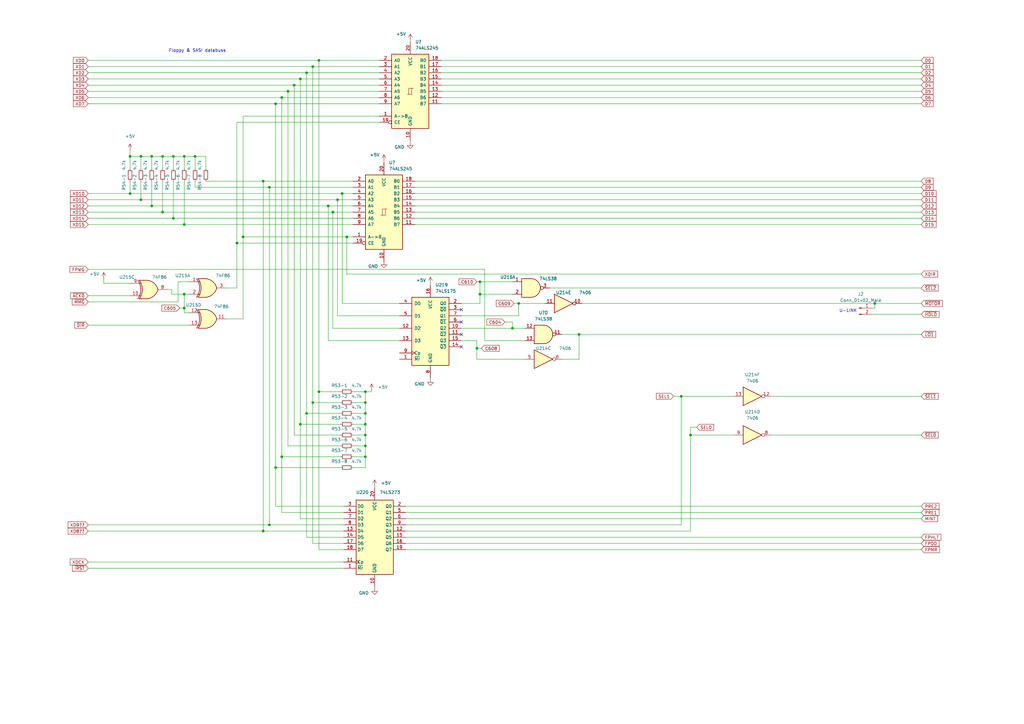
<source format=kicad_sch>
(kicad_sch (version 20211123) (generator eeschema)
  (paper "A3")
  (title_block (date "2022-09-22"))
  (lib_symbols
    (symbol "74xx:74LS06" (pin_names (offset 1.016))
      (property "Reference" "U" (at 0 1.27 0))
      (property "Value" "74LS06" (at 0 -1.27 0))
      (symbol "74LS06_1_0"
        (polyline (pts (xy -3.81 3.81) (xy -3.81 -3.81) (xy 3.81 0) (xy -3.81 3.81)) (stroke (width 0.254)) (fill (type background)))
        (pin input line (at -7.62 0 0) (length 3.81) (name "~") (number "1"))
        (pin open_collector inverted (at 7.62 0 180) (length 3.81) (name "~") (number "2"))
      )
      (symbol "74LS06_2_0"
        (polyline (pts (xy -3.81 3.81) (xy -3.81 -3.81) (xy 3.81 0) (xy -3.81 3.81)) (stroke (width 0.254)) (fill (type background)))
        (pin input line (at -7.62 0 0) (length 3.81) (name "~") (number "3"))
        (pin open_collector inverted (at 7.62 0 180) (length 3.81) (name "~") (number "4"))
      )
      (symbol "74LS06_3_0"
        (polyline (pts (xy -3.81 3.81) (xy -3.81 -3.81) (xy 3.81 0) (xy -3.81 3.81)) (stroke (width 0.254)) (fill (type background)))
        (pin input line (at -7.62 0 0) (length 3.81) (name "~") (number "5"))
        (pin open_collector inverted (at 7.62 0 180) (length 3.81) (name "~") (number "6"))
      )
      (symbol "74LS06_4_0"
        (polyline (pts (xy -3.81 3.81) (xy -3.81 -3.81) (xy 3.81 0) (xy -3.81 3.81)) (stroke (width 0.254)) (fill (type background)))
        (pin open_collector inverted (at 7.62 0 180) (length 3.81) (name "~") (number "8"))
        (pin input line (at -7.62 0 0) (length 3.81) (name "~") (number "9"))
      )
      (symbol "74LS06_5_0"
        (polyline (pts (xy -3.81 3.81) (xy -3.81 -3.81) (xy 3.81 0) (xy -3.81 3.81)) (stroke (width 0.254)) (fill (type background)))
        (pin open_collector inverted (at 7.62 0 180) (length 3.81) (name "~") (number "10"))
        (pin input line (at -7.62 0 0) (length 3.81) (name "~") (number "11"))
      )
      (symbol "74LS06_6_0"
        (polyline (pts (xy -3.81 3.81) (xy -3.81 -3.81) (xy 3.81 0) (xy -3.81 3.81)) (stroke (width 0.254)) (fill (type background)))
        (pin open_collector inverted (at 7.62 0 180) (length 3.81) (name "~") (number "12"))
        (pin input line (at -7.62 0 0) (length 3.81) (name "~") (number "13"))
      )
      (symbol "74LS06_7_0"
        (pin power_in line (at 0 12.7 270) (length 5.08) (name "VCC") (number "14"))
        (pin power_in line (at 0 -12.7 90) (length 5.08) (name "GND") (number "7"))
      )
      (symbol "74LS06_7_1"
        (rectangle (start -5.08 7.62) (end 5.08 -7.62) (stroke (width 0.254)) (fill (type background)))
      )
    )
    (symbol "74xx:74LS175" (pin_names (offset 1.016))
      (property "Reference" "U" (at -7.62 13.97 0))
      (property "Value" "74LS175" (at -7.62 -16.51 0))
      (symbol "74LS175_1_0"
        (pin input line (at -12.7 -12.7 0) (length 5.08) (name "~{Mr}") (number "1"))
        (pin output line (at 12.7 0 180) (length 5.08) (name "Q2") (number "10"))
        (pin output line (at 12.7 -2.54 180) (length 5.08) (name "~{Q2}") (number "11"))
        (pin input line (at -12.7 0 0) (length 5.08) (name "D2") (number "12"))
        (pin input line (at -12.7 -5.08 0) (length 5.08) (name "D3") (number "13"))
        (pin output line (at 12.7 -7.62 180) (length 5.08) (name "~{Q3}") (number "14"))
        (pin output line (at 12.7 -5.08 180) (length 5.08) (name "Q3") (number "15"))
        (pin power_in line (at 0 17.78 270) (length 5.08) (name "VCC") (number "16"))
        (pin output line (at 12.7 10.16 180) (length 5.08) (name "Q0") (number "2"))
        (pin output line (at 12.7 7.62 180) (length 5.08) (name "~{Q0}") (number "3"))
        (pin input line (at -12.7 10.16 0) (length 5.08) (name "D0") (number "4"))
        (pin input line (at -12.7 5.08 0) (length 5.08) (name "D1") (number "5"))
        (pin output line (at 12.7 2.54 180) (length 5.08) (name "~{Q1}") (number "6"))
        (pin output line (at 12.7 5.08 180) (length 5.08) (name "Q1") (number "7"))
        (pin power_in line (at 0 -20.32 90) (length 5.08) (name "GND") (number "8"))
        (pin input clock (at -12.7 -10.16 0) (length 5.08) (name "Cp") (number "9"))
      )
      (symbol "74LS175_1_1"
        (rectangle (start -7.62 12.7) (end 7.62 -15.24) (stroke (width 0.254)) (fill (type background)))
      )
    )
    (symbol "74xx:74LS245" (pin_names (offset 1.016))
      (property "Reference" "U" (at -7.62 16.51 0))
      (property "Value" "74LS245" (at -7.62 -16.51 0))
      (symbol "74LS245_1_0"
        (polyline (pts (xy -0.635 -1.27) (xy -0.635 1.27) (xy 0.635 1.27)))
        (polyline (pts (xy -1.27 -1.27) (xy 0.635 -1.27) (xy 0.635 1.27) (xy 1.27 1.27)))
        (pin input line (at -12.7 -10.16 0) (length 5.08) (name "A->B") (number "1"))
        (pin power_in line (at 0 -20.32 90) (length 5.08) (name "GND") (number "10"))
        (pin tri_state line (at 12.7 -5.08 180) (length 5.08) (name "B7") (number "11"))
        (pin tri_state line (at 12.7 -2.54 180) (length 5.08) (name "B6") (number "12"))
        (pin tri_state line (at 12.7 0 180) (length 5.08) (name "B5") (number "13"))
        (pin tri_state line (at 12.7 2.54 180) (length 5.08) (name "B4") (number "14"))
        (pin tri_state line (at 12.7 5.08 180) (length 5.08) (name "B3") (number "15"))
        (pin tri_state line (at 12.7 7.62 180) (length 5.08) (name "B2") (number "16"))
        (pin tri_state line (at 12.7 10.16 180) (length 5.08) (name "B1") (number "17"))
        (pin tri_state line (at 12.7 12.7 180) (length 5.08) (name "B0") (number "18"))
        (pin input inverted (at -12.7 -12.7 0) (length 5.08) (name "CE") (number "19"))
        (pin tri_state line (at -12.7 12.7 0) (length 5.08) (name "A0") (number "2"))
        (pin power_in line (at 0 20.32 270) (length 5.08) (name "VCC") (number "20"))
        (pin tri_state line (at -12.7 10.16 0) (length 5.08) (name "A1") (number "3"))
        (pin tri_state line (at -12.7 7.62 0) (length 5.08) (name "A2") (number "4"))
        (pin tri_state line (at -12.7 5.08 0) (length 5.08) (name "A3") (number "5"))
        (pin tri_state line (at -12.7 2.54 0) (length 5.08) (name "A4") (number "6"))
        (pin tri_state line (at -12.7 0 0) (length 5.08) (name "A5") (number "7"))
        (pin tri_state line (at -12.7 -2.54 0) (length 5.08) (name "A6") (number "8"))
        (pin tri_state line (at -12.7 -5.08 0) (length 5.08) (name "A7") (number "9"))
      )
      (symbol "74LS245_1_1"
        (rectangle (start -7.62 15.24) (end 7.62 -15.24) (stroke (width 0.254)) (fill (type background)))
      )
    )
    (symbol "74xx:74LS273"
      (property "Reference" "U" (at -7.62 16.51 0))
      (property "Value" "74LS273" (at -7.62 -16.51 0))
      (symbol "74LS273_1_0"
        (pin input line (at -12.7 -12.7 0) (length 5.08) (name "~{Mr}") (number "1"))
        (pin power_in line (at 0 -20.32 90) (length 5.08) (name "GND") (number "10"))
        (pin input clock (at -12.7 -10.16 0) (length 5.08) (name "Cp") (number "11"))
        (pin output line (at 12.7 2.54 180) (length 5.08) (name "Q4") (number "12"))
        (pin input line (at -12.7 2.54 0) (length 5.08) (name "D4") (number "13"))
        (pin input line (at -12.7 0 0) (length 5.08) (name "D5") (number "14"))
        (pin output line (at 12.7 0 180) (length 5.08) (name "Q5") (number "15"))
        (pin output line (at 12.7 -2.54 180) (length 5.08) (name "Q6") (number "16"))
        (pin input line (at -12.7 -2.54 0) (length 5.08) (name "D6") (number "17"))
        (pin input line (at -12.7 -5.08 0) (length 5.08) (name "D7") (number "18"))
        (pin output line (at 12.7 -5.08 180) (length 5.08) (name "Q7") (number "19"))
        (pin output line (at 12.7 12.7 180) (length 5.08) (name "Q0") (number "2"))
        (pin power_in line (at 0 20.32 270) (length 5.08) (name "VCC") (number "20"))
        (pin input line (at -12.7 12.7 0) (length 5.08) (name "D0") (number "3"))
        (pin input line (at -12.7 10.16 0) (length 5.08) (name "D1") (number "4"))
        (pin output line (at 12.7 10.16 180) (length 5.08) (name "Q1") (number "5"))
        (pin output line (at 12.7 7.62 180) (length 5.08) (name "Q2") (number "6"))
        (pin input line (at -12.7 7.62 0) (length 5.08) (name "D2") (number "7"))
        (pin input line (at -12.7 5.08 0) (length 5.08) (name "D3") (number "8"))
        (pin output line (at 12.7 5.08 180) (length 5.08) (name "Q3") (number "9"))
      )
      (symbol "74LS273_1_1"
        (rectangle (start -7.62 15.24) (end 7.62 -15.24) (stroke (width 0.254)) (fill (type background)))
      )
    )
    (symbol "74xx:74LS38" (pin_names (offset 1.016))
      (property "Reference" "U" (at 0 1.27 0))
      (property "Value" "74LS38" (at 0 -1.27 0))
      (symbol "74LS38_1_1"
        (arc (start 0 -3.81) (mid 3.81 0) (end 0 3.81) (stroke (width 0.254)) (fill (type background)))
        (polyline (pts (xy 0 3.81) (xy -3.81 3.81) (xy -3.81 -3.81) (xy 0 -3.81)) (stroke (width 0.254)) (fill (type background)))
        (pin input line (at -7.62 2.54 0) (length 3.81) (name "~") (number "1"))
        (pin input line (at -7.62 -2.54 0) (length 3.81) (name "~") (number "2"))
        (pin open_collector inverted (at 7.62 0 180) (length 3.81) (name "~") (number "3"))
      )
      (symbol "74LS38_1_2"
        (arc (start -3.81 -3.81) (mid -2.589 0) (end -3.81 3.81) (stroke (width 0.254)))
        (arc (start -0.6096 -3.81) (mid 2.1842 -2.5851) (end 3.81 0) (stroke (width 0.254)) (fill (type background)))
        (polyline (pts (xy -3.81 -3.81) (xy -0.635 -3.81)) (stroke (width 0.254)) (fill (type background)))
        (polyline (pts (xy -3.81 3.81) (xy -0.635 3.81)) (stroke (width 0.254)) (fill (type background)))
        (polyline (pts (xy -0.635 3.81) (xy -3.81 3.81) (xy -3.81 3.81) (xy -3.556 3.4036) (xy -3.0226 2.2606) (xy -2.6924 1.0414) (xy -2.6162 -0.254) (xy -2.7686 -1.4986) (xy -3.175 -2.7178) (xy -3.81 -3.81) (xy -3.81 -3.81) (xy -0.635 -3.81)) (stroke (width -25.4)) (fill (type background)))
        (arc (start 3.81 0) (mid 2.1915 2.5936) (end -0.6096 3.81) (stroke (width 0.254)) (fill (type background)))
        (pin input inverted (at -7.62 2.54 0) (length 4.318) (name "~") (number "1"))
        (pin input inverted (at -7.62 -2.54 0) (length 4.318) (name "~") (number "2"))
        (pin open_collector line (at 7.62 0 180) (length 3.81) (name "~") (number "3"))
      )
      (symbol "74LS38_2_1"
        (arc (start 0 -3.81) (mid 3.81 0) (end 0 3.81) (stroke (width 0.254)) (fill (type background)))
        (polyline (pts (xy 0 3.81) (xy -3.81 3.81) (xy -3.81 -3.81) (xy 0 -3.81)) (stroke (width 0.254)) (fill (type background)))
        (pin input line (at -7.62 2.54 0) (length 3.81) (name "~") (number "4"))
        (pin input line (at -7.62 -2.54 0) (length 3.81) (name "~") (number "5"))
        (pin open_collector inverted (at 7.62 0 180) (length 3.81) (name "~") (number "6"))
      )
      (symbol "74LS38_2_2"
        (arc (start -3.81 -3.81) (mid -2.589 0) (end -3.81 3.81) (stroke (width 0.254)))
        (arc (start -0.6096 -3.81) (mid 2.1842 -2.5851) (end 3.81 0) (stroke (width 0.254)) (fill (type background)))
        (polyline (pts (xy -3.81 -3.81) (xy -0.635 -3.81)) (stroke (width 0.254)) (fill (type background)))
        (polyline (pts (xy -3.81 3.81) (xy -0.635 3.81)) (stroke (width 0.254)) (fill (type background)))
        (polyline (pts (xy -0.635 3.81) (xy -3.81 3.81) (xy -3.81 3.81) (xy -3.556 3.4036) (xy -3.0226 2.2606) (xy -2.6924 1.0414) (xy -2.6162 -0.254) (xy -2.7686 -1.4986) (xy -3.175 -2.7178) (xy -3.81 -3.81) (xy -3.81 -3.81) (xy -0.635 -3.81)) (stroke (width -25.4)) (fill (type background)))
        (arc (start 3.81 0) (mid 2.1915 2.5936) (end -0.6096 3.81) (stroke (width 0.254)) (fill (type background)))
        (pin input inverted (at -7.62 2.54 0) (length 4.318) (name "~") (number "4"))
        (pin input inverted (at -7.62 -2.54 0) (length 4.318) (name "~") (number "5"))
        (pin open_collector line (at 7.62 0 180) (length 3.81) (name "~") (number "6"))
      )
      (symbol "74LS38_3_1"
        (arc (start 0 -3.81) (mid 3.81 0) (end 0 3.81) (stroke (width 0.254)) (fill (type background)))
        (polyline (pts (xy 0 3.81) (xy -3.81 3.81) (xy -3.81 -3.81) (xy 0 -3.81)) (stroke (width 0.254)) (fill (type background)))
        (pin input line (at -7.62 -2.54 0) (length 3.81) (name "~") (number "10"))
        (pin open_collector inverted (at 7.62 0 180) (length 3.81) (name "~") (number "8"))
        (pin input line (at -7.62 2.54 0) (length 3.81) (name "~") (number "9"))
      )
      (symbol "74LS38_3_2"
        (arc (start -3.81 -3.81) (mid -2.589 0) (end -3.81 3.81) (stroke (width 0.254)))
        (arc (start -0.6096 -3.81) (mid 2.1842 -2.5851) (end 3.81 0) (stroke (width 0.254)) (fill (type background)))
        (polyline (pts (xy -3.81 -3.81) (xy -0.635 -3.81)) (stroke (width 0.254)) (fill (type background)))
        (polyline (pts (xy -3.81 3.81) (xy -0.635 3.81)) (stroke (width 0.254)) (fill (type background)))
        (polyline (pts (xy -0.635 3.81) (xy -3.81 3.81) (xy -3.81 3.81) (xy -3.556 3.4036) (xy -3.0226 2.2606) (xy -2.6924 1.0414) (xy -2.6162 -0.254) (xy -2.7686 -1.4986) (xy -3.175 -2.7178) (xy -3.81 -3.81) (xy -3.81 -3.81) (xy -0.635 -3.81)) (stroke (width -25.4)) (fill (type background)))
        (arc (start 3.81 0) (mid 2.1915 2.5936) (end -0.6096 3.81) (stroke (width 0.254)) (fill (type background)))
        (pin input inverted (at -7.62 -2.54 0) (length 4.318) (name "~") (number "10"))
        (pin open_collector line (at 7.62 0 180) (length 3.81) (name "~") (number "8"))
        (pin input inverted (at -7.62 2.54 0) (length 4.318) (name "~") (number "9"))
      )
      (symbol "74LS38_4_1"
        (arc (start 0 -3.81) (mid 3.81 0) (end 0 3.81) (stroke (width 0.254)) (fill (type background)))
        (polyline (pts (xy 0 3.81) (xy -3.81 3.81) (xy -3.81 -3.81) (xy 0 -3.81)) (stroke (width 0.254)) (fill (type background)))
        (pin open_collector inverted (at 7.62 0 180) (length 3.81) (name "~") (number "11"))
        (pin input line (at -7.62 2.54 0) (length 3.81) (name "~") (number "12"))
        (pin input line (at -7.62 -2.54 0) (length 3.81) (name "~") (number "13"))
      )
      (symbol "74LS38_4_2"
        (arc (start -3.81 -3.81) (mid -2.589 0) (end -3.81 3.81) (stroke (width 0.254)))
        (arc (start -0.6096 -3.81) (mid 2.1842 -2.5851) (end 3.81 0) (stroke (width 0.254)) (fill (type background)))
        (polyline (pts (xy -3.81 -3.81) (xy -0.635 -3.81)) (stroke (width 0.254)) (fill (type background)))
        (polyline (pts (xy -3.81 3.81) (xy -0.635 3.81)) (stroke (width 0.254)) (fill (type background)))
        (polyline (pts (xy -0.635 3.81) (xy -3.81 3.81) (xy -3.81 3.81) (xy -3.556 3.4036) (xy -3.0226 2.2606) (xy -2.6924 1.0414) (xy -2.6162 -0.254) (xy -2.7686 -1.4986) (xy -3.175 -2.7178) (xy -3.81 -3.81) (xy -3.81 -3.81) (xy -0.635 -3.81)) (stroke (width -25.4)) (fill (type background)))
        (arc (start 3.81 0) (mid 2.1915 2.5936) (end -0.6096 3.81) (stroke (width 0.254)) (fill (type background)))
        (pin open_collector line (at 7.62 0 180) (length 3.81) (name "~") (number "11"))
        (pin input inverted (at -7.62 2.54 0) (length 4.318) (name "~") (number "12"))
        (pin input inverted (at -7.62 -2.54 0) (length 4.318) (name "~") (number "13"))
      )
      (symbol "74LS38_5_0"
        (pin power_in line (at 0 12.7 270) (length 5.08) (name "VCC") (number "14"))
        (pin power_in line (at 0 -12.7 90) (length 5.08) (name "GND") (number "7"))
      )
      (symbol "74LS38_5_1"
        (rectangle (start -5.08 7.62) (end 5.08 -7.62) (stroke (width 0.254)) (fill (type background)))
      )
    )
    (symbol "74xx:74LS86" (pin_names (offset 1.016))
      (property "Reference" "U" (at 0 1.27 0))
      (property "Value" "74LS86" (at 0 -1.27 0))
      (symbol "74LS86_1_0"
        (arc (start -4.4196 -3.81) (mid -3.2033 0) (end -4.4196 3.81) (stroke (width 0.254)))
        (arc (start -3.81 -3.81) (mid -2.589 0) (end -3.81 3.81) (stroke (width 0.254)))
        (arc (start -0.6096 -3.81) (mid 2.1842 -2.5851) (end 3.81 0) (stroke (width 0.254)) (fill (type background)))
        (polyline (pts (xy -3.81 -3.81) (xy -0.635 -3.81)) (stroke (width 0.254)) (fill (type background)))
        (polyline (pts (xy -3.81 3.81) (xy -0.635 3.81)) (stroke (width 0.254)) (fill (type background)))
        (polyline (pts (xy -0.635 3.81) (xy -3.81 3.81) (xy -3.81 3.81) (xy -3.556 3.4036) (xy -3.0226 2.2606) (xy -2.6924 1.0414) (xy -2.6162 -0.254) (xy -2.7686 -1.4986) (xy -3.175 -2.7178) (xy -3.81 -3.81) (xy -3.81 -3.81) (xy -0.635 -3.81)) (stroke (width -25.4)) (fill (type background)))
        (arc (start 3.81 0) (mid 2.1915 2.5936) (end -0.6096 3.81) (stroke (width 0.254)) (fill (type background)))
        (pin input line (at -7.62 2.54 0) (length 4.445) (name "~") (number "1"))
        (pin input line (at -7.62 -2.54 0) (length 4.445) (name "~") (number "2"))
        (pin output line (at 7.62 0 180) (length 3.81) (name "~") (number "3"))
      )
      (symbol "74LS86_1_1"
        (polyline (pts (xy -3.81 -2.54) (xy -3.175 -2.54)) (stroke (width 0.1524)))
        (polyline (pts (xy -3.81 2.54) (xy -3.175 2.54)) (stroke (width 0.1524)))
      )
      (symbol "74LS86_2_0"
        (arc (start -4.4196 -3.81) (mid -3.2033 0) (end -4.4196 3.81) (stroke (width 0.254)))
        (arc (start -3.81 -3.81) (mid -2.589 0) (end -3.81 3.81) (stroke (width 0.254)))
        (arc (start -0.6096 -3.81) (mid 2.1842 -2.5851) (end 3.81 0) (stroke (width 0.254)) (fill (type background)))
        (polyline (pts (xy -3.81 -3.81) (xy -0.635 -3.81)) (stroke (width 0.254)) (fill (type background)))
        (polyline (pts (xy -3.81 3.81) (xy -0.635 3.81)) (stroke (width 0.254)) (fill (type background)))
        (polyline (pts (xy -0.635 3.81) (xy -3.81 3.81) (xy -3.81 3.81) (xy -3.556 3.4036) (xy -3.0226 2.2606) (xy -2.6924 1.0414) (xy -2.6162 -0.254) (xy -2.7686 -1.4986) (xy -3.175 -2.7178) (xy -3.81 -3.81) (xy -3.81 -3.81) (xy -0.635 -3.81)) (stroke (width -25.4)) (fill (type background)))
        (arc (start 3.81 0) (mid 2.1915 2.5936) (end -0.6096 3.81) (stroke (width 0.254)) (fill (type background)))
        (pin input line (at -7.62 2.54 0) (length 4.445) (name "~") (number "4"))
        (pin input line (at -7.62 -2.54 0) (length 4.445) (name "~") (number "5"))
        (pin output line (at 7.62 0 180) (length 3.81) (name "~") (number "6"))
      )
      (symbol "74LS86_2_1"
        (polyline (pts (xy -3.81 -2.54) (xy -3.175 -2.54)) (stroke (width 0.1524)))
        (polyline (pts (xy -3.81 2.54) (xy -3.175 2.54)) (stroke (width 0.1524)))
      )
      (symbol "74LS86_3_0"
        (arc (start -4.4196 -3.81) (mid -3.2033 0) (end -4.4196 3.81) (stroke (width 0.254)))
        (arc (start -3.81 -3.81) (mid -2.589 0) (end -3.81 3.81) (stroke (width 0.254)))
        (arc (start -0.6096 -3.81) (mid 2.1842 -2.5851) (end 3.81 0) (stroke (width 0.254)) (fill (type background)))
        (polyline (pts (xy -3.81 -3.81) (xy -0.635 -3.81)) (stroke (width 0.254)) (fill (type background)))
        (polyline (pts (xy -3.81 3.81) (xy -0.635 3.81)) (stroke (width 0.254)) (fill (type background)))
        (polyline (pts (xy -0.635 3.81) (xy -3.81 3.81) (xy -3.81 3.81) (xy -3.556 3.4036) (xy -3.0226 2.2606) (xy -2.6924 1.0414) (xy -2.6162 -0.254) (xy -2.7686 -1.4986) (xy -3.175 -2.7178) (xy -3.81 -3.81) (xy -3.81 -3.81) (xy -0.635 -3.81)) (stroke (width -25.4)) (fill (type background)))
        (arc (start 3.81 0) (mid 2.1915 2.5936) (end -0.6096 3.81) (stroke (width 0.254)) (fill (type background)))
        (pin input line (at -7.62 -2.54 0) (length 4.445) (name "~") (number "10"))
        (pin output line (at 7.62 0 180) (length 3.81) (name "~") (number "8"))
        (pin input line (at -7.62 2.54 0) (length 4.445) (name "~") (number "9"))
      )
      (symbol "74LS86_3_1"
        (polyline (pts (xy -3.81 -2.54) (xy -3.175 -2.54)) (stroke (width 0.1524)))
        (polyline (pts (xy -3.81 2.54) (xy -3.175 2.54)) (stroke (width 0.1524)))
      )
      (symbol "74LS86_4_0"
        (arc (start -4.4196 -3.81) (mid -3.2033 0) (end -4.4196 3.81) (stroke (width 0.254)))
        (arc (start -3.81 -3.81) (mid -2.589 0) (end -3.81 3.81) (stroke (width 0.254)))
        (arc (start -0.6096 -3.81) (mid 2.1842 -2.5851) (end 3.81 0) (stroke (width 0.254)) (fill (type background)))
        (polyline (pts (xy -3.81 -3.81) (xy -0.635 -3.81)) (stroke (width 0.254)) (fill (type background)))
        (polyline (pts (xy -3.81 3.81) (xy -0.635 3.81)) (stroke (width 0.254)) (fill (type background)))
        (polyline (pts (xy -0.635 3.81) (xy -3.81 3.81) (xy -3.81 3.81) (xy -3.556 3.4036) (xy -3.0226 2.2606) (xy -2.6924 1.0414) (xy -2.6162 -0.254) (xy -2.7686 -1.4986) (xy -3.175 -2.7178) (xy -3.81 -3.81) (xy -3.81 -3.81) (xy -0.635 -3.81)) (stroke (width -25.4)) (fill (type background)))
        (arc (start 3.81 0) (mid 2.1915 2.5936) (end -0.6096 3.81) (stroke (width 0.254)) (fill (type background)))
        (pin output line (at 7.62 0 180) (length 3.81) (name "~") (number "11"))
        (pin input line (at -7.62 2.54 0) (length 4.445) (name "~") (number "12"))
        (pin input line (at -7.62 -2.54 0) (length 4.445) (name "~") (number "13"))
      )
      (symbol "74LS86_4_1"
        (polyline (pts (xy -3.81 -2.54) (xy -3.175 -2.54)) (stroke (width 0.1524)))
        (polyline (pts (xy -3.81 2.54) (xy -3.175 2.54)) (stroke (width 0.1524)))
      )
      (symbol "74LS86_5_0"
        (pin power_in line (at 0 12.7 270) (length 5.08) (name "VCC") (number "14"))
        (pin power_in line (at 0 -12.7 90) (length 5.08) (name "GND") (number "7"))
      )
      (symbol "74LS86_5_1"
        (rectangle (start -5.08 7.62) (end 5.08 -7.62) (stroke (width 0.254)) (fill (type background)))
      )
    )
    (symbol "Connector:Conn_01x02_Male" (pin_names (offset 1.016) hide)
      (property "Reference" "J" (at 0 2.54 0))
      (property "Value" "Conn_01x02_Male" (at 0 -5.08 0))
      (symbol "Conn_01x02_Male_1_1"
        (polyline (pts (xy 1.27 -2.54) (xy 0.8636 -2.54)) (stroke (width 0.1524)))
        (polyline (pts (xy 1.27 0) (xy 0.8636 0)) (stroke (width 0.1524)))
        (rectangle (start 0.8636 -2.413) (end 0 -2.667) (stroke (width 0.1524)) (fill (type outline)))
        (rectangle (start 0.8636 0.127) (end 0 -0.127) (stroke (width 0.1524)) (fill (type outline)))
        (pin passive line (at 5.08 0 180) (length 3.81) (name "Pin_1") (number "1"))
        (pin passive line (at 5.08 -2.54 180) (length 3.81) (name "Pin_2") (number "2"))
      )
    )
    (symbol "Device:R_Small" (pin_numbers hide) (pin_names (offset 0.254) hide)
      (property "Reference" "R" (at 0.762 0.508 0))
      (property "Value" "R_Small" (at 0.762 -1.016 0))
      (symbol "R_Small_0_1"
        (rectangle (start -0.762 1.778) (end 0.762 -1.778) (stroke (width 0.2032)))
      )
      (symbol "R_Small_1_1"
        (pin passive line (at 0 2.54 270) (length 0.762) (name "~") (number "1"))
        (pin passive line (at 0 -2.54 90) (length 0.762) (name "~") (number "2"))
      )
    )
    (symbol "power:+5V" (power) (pin_names (offset 0))
      (property "Value" "+5V" (at 0 3.556 0))
      (symbol "+5V_0_1"
        (polyline (pts (xy -0.762 1.27) (xy 0 2.54)))
        (polyline (pts (xy 0 0) (xy 0 2.54)))
        (polyline (pts (xy 0 2.54) (xy 0.762 1.27)))
      )
      (symbol "+5V_1_1"
        (pin power_in line (at 0 0 90) (length 0) hide (name "+5V") (number "1"))
      )
    )
    (symbol "power:GND" (power) (pin_names (offset 0))
      (property "Value" "GND" (at 0 -3.81 0))
      (symbol "GND_0_1"
        (polyline (pts (xy 0 0) (xy 0 -1.27) (xy 1.27 -1.27) (xy 0 -2.54) (xy -1.27 -1.27) (xy 0 -1.27)))
      )
      (symbol "GND_1_1"
        (pin power_in line (at 0 0 270) (length 0) hide (name "GND") (number "1"))
      )
    )
  )
  (junction (at 125.73 29.845))
  (junction (at 142.24 97.155))
  (junction (at 210.185 134.62))
  (junction (at 149.86 173.99))
  (junction (at 128.27 165.1))
  (junction (at 66.675 64.135))
  (junction (at 97.155 99.695))
  (junction (at 136.525 86.995))
  (junction (at 237.49 137.16))
  (junction (at 149.86 178.435))
  (junction (at 123.19 173.99))
  (junction (at 110.49 215.265))
  (junction (at 279.4 162.56))
  (junction (at 75.565 64.135))
  (junction (at 149.86 165.1))
  (junction (at 358.775 124.46))
  (junction (at 130.81 160.655))
  (junction (at 75.565 92.075))
  (junction (at 53.34 79.375))
  (junction (at 57.785 64.135))
  (junction (at 113.03 42.545))
  (junction (at 134.62 84.455))
  (junction (at 71.12 64.135))
  (junction (at 53.34 64.135))
  (junction (at 149.86 187.325))
  (junction (at 107.95 217.805))
  (junction (at 123.19 32.385))
  (junction (at 283.21 178.435))
  (junction (at 149.86 182.88))
  (junction (at 130.81 24.765))
  (junction (at 196.85 120.65))
  (junction (at 125.73 169.545))
  (junction (at 99.695 97.155))
  (junction (at 115.57 187.325))
  (junction (at 118.11 37.465))
  (junction (at 212.725 124.46))
  (junction (at 110.49 76.835))
  (junction (at 62.23 64.135))
  (junction (at 140.335 79.375))
  (junction (at 80.01 64.135))
  (junction (at 196.85 115.57))
  (junction (at 66.675 86.995))
  (junction (at 149.86 169.545))
  (junction (at 128.27 27.305))
  (junction (at 195.58 142.875))
  (junction (at 107.95 74.295))
  (junction (at 57.785 81.915))
  (junction (at 75.565 120.65))
  (junction (at 75.565 126.365))
  (junction (at 62.23 84.455))
  (junction (at 113.03 191.77))
  (junction (at 71.12 89.535))
  (junction (at 138.43 81.915))
  (junction (at 115.57 40.005))
  (junction (at 120.65 34.925))
  (junction (at 149.86 160.655))
  (no_connect (at 189.23 142.24))
  (no_connect (at 189.23 132.08))
  (no_connect (at 189.23 137.16))
  (no_connect (at 189.23 127))
  (wire (pts (xy 149.86 182.88) (xy 149.86 187.325)))
  (wire (pts (xy 140.97 207.645) (xy 113.03 207.645)))
  (wire (pts (xy 97.155 99.695) (xy 97.155 50.165)))
  (wire (pts (xy 115.57 210.185) (xy 140.97 210.185)))
  (wire (pts (xy 198.755 110.49) (xy 198.755 139.7)))
  (wire (pts (xy 163.83 124.46) (xy 140.335 124.46)))
  (wire (pts (xy 70.485 120.65) (xy 75.565 120.65)))
  (wire (pts (xy 166.37 222.885) (xy 377.825 222.885)))
  (wire (pts (xy 71.12 64.135) (xy 75.565 64.135)))
  (wire (pts (xy 152.4 160.655) (xy 149.86 160.655)))
  (wire (pts (xy 144.78 160.655) (xy 149.86 160.655)))
  (wire (pts (xy 36.195 42.545) (xy 113.03 42.545)))
  (wire (pts (xy 97.155 50.165) (xy 155.575 50.165)))
  (wire (pts (xy 237.49 137.16) (xy 377.825 137.16)))
  (wire (pts (xy 180.975 29.845) (xy 377.825 29.845)))
  (wire (pts (xy 140.97 220.345) (xy 125.73 220.345)))
  (wire (pts (xy 36.195 32.385) (xy 123.19 32.385)))
  (wire (pts (xy 36.195 230.505) (xy 140.97 230.505)))
  (wire (pts (xy 71.12 89.535) (xy 144.78 89.535)))
  (wire (pts (xy 57.785 74.295) (xy 57.785 81.915)))
  (wire (pts (xy 115.57 40.005) (xy 155.575 40.005)))
  (wire (pts (xy 36.195 110.49) (xy 198.755 110.49)))
  (wire (pts (xy 62.23 64.135) (xy 66.675 64.135)))
  (wire (pts (xy 110.49 76.835) (xy 110.49 215.265)))
  (wire (pts (xy 149.86 191.77) (xy 144.78 191.77)))
  (wire (pts (xy 53.34 79.375) (xy 140.335 79.375)))
  (wire (pts (xy 53.34 69.215) (xy 53.34 64.135)))
  (wire (pts (xy 316.23 178.435) (xy 377.825 178.435)))
  (wire (pts (xy 136.525 86.995) (xy 144.78 86.995)))
  (wire (pts (xy 285.75 175.26) (xy 283.21 175.26)))
  (wire (pts (xy 75.565 128.27) (xy 77.47 128.27)))
  (wire (pts (xy 195.58 142.875) (xy 197.485 142.875)))
  (wire (pts (xy 149.86 165.1) (xy 144.78 165.1)))
  (wire (pts (xy 36.195 92.075) (xy 75.565 92.075)))
  (wire (pts (xy 113.03 42.545) (xy 113.03 191.77)))
  (wire (pts (xy 195.58 142.875) (xy 195.58 147.32)))
  (wire (pts (xy 36.195 79.375) (xy 53.34 79.375)))
  (wire (pts (xy 113.03 207.645) (xy 113.03 191.77)))
  (wire (pts (xy 107.95 217.805) (xy 140.97 217.805)))
  (wire (pts (xy 62.23 84.455) (xy 134.62 84.455)))
  (wire (pts (xy 36.195 133.35) (xy 77.47 133.35)))
  (wire (pts (xy 189.23 139.7) (xy 195.58 139.7)))
  (wire (pts (xy 210.185 134.62) (xy 215.265 134.62)))
  (wire (pts (xy 279.4 162.56) (xy 300.99 162.56)))
  (wire (pts (xy 130.81 160.655) (xy 130.81 225.425)))
  (wire (pts (xy 153.67 199.39) (xy 153.67 200.025)))
  (wire (pts (xy 36.195 215.265) (xy 110.49 215.265)))
  (wire (pts (xy 66.675 64.135) (xy 66.675 69.215)))
  (wire (pts (xy 125.73 220.345) (xy 125.73 169.545)))
  (wire (pts (xy 166.37 217.805) (xy 283.21 217.805)))
  (wire (pts (xy 128.27 27.305) (xy 155.575 27.305)))
  (wire (pts (xy 36.195 81.915) (xy 57.785 81.915)))
  (wire (pts (xy 36.195 123.825) (xy 73.025 123.825)))
  (wire (pts (xy 97.155 118.11) (xy 97.155 99.695)))
  (wire (pts (xy 118.11 37.465) (xy 118.11 182.88)))
  (wire (pts (xy 180.975 24.765) (xy 377.825 24.765)))
  (wire (pts (xy 152.4 160.02) (xy 152.4 160.655)))
  (wire (pts (xy 110.49 76.835) (xy 144.78 76.835)))
  (wire (pts (xy 128.27 222.885) (xy 140.97 222.885)))
  (wire (pts (xy 180.975 42.545) (xy 377.825 42.545)))
  (wire (pts (xy 130.81 24.765) (xy 130.81 160.655)))
  (wire (pts (xy 53.34 64.135) (xy 57.785 64.135)))
  (wire (pts (xy 36.195 27.305) (xy 128.27 27.305)))
  (wire (pts (xy 62.23 64.135) (xy 62.23 69.215)))
  (wire (pts (xy 149.86 178.435) (xy 149.86 182.88)))
  (wire (pts (xy 71.12 74.295) (xy 71.12 89.535)))
  (wire (pts (xy 166.37 207.645) (xy 377.825 207.645)))
  (wire (pts (xy 170.18 89.535) (xy 377.825 89.535)))
  (wire (pts (xy 196.85 120.65) (xy 196.85 115.57)))
  (wire (pts (xy 134.62 84.455) (xy 144.78 84.455)))
  (wire (pts (xy 163.83 129.54) (xy 138.43 129.54)))
  (wire (pts (xy 196.85 124.46) (xy 196.85 120.65)))
  (wire (pts (xy 357.505 126.365) (xy 358.775 126.365)))
  (wire (pts (xy 57.785 81.915) (xy 138.43 81.915)))
  (wire (pts (xy 170.18 86.995) (xy 377.825 86.995)))
  (wire (pts (xy 75.565 92.075) (xy 144.78 92.075)))
  (wire (pts (xy 163.83 139.7) (xy 134.62 139.7)))
  (wire (pts (xy 166.37 210.185) (xy 377.825 210.185)))
  (wire (pts (xy 120.65 34.925) (xy 155.575 34.925)))
  (wire (pts (xy 230.505 137.16) (xy 237.49 137.16)))
  (wire (pts (xy 198.755 139.7) (xy 215.265 139.7)))
  (wire (pts (xy 71.12 64.135) (xy 71.12 69.215)))
  (wire (pts (xy 120.65 178.435) (xy 120.65 34.925)))
  (wire (pts (xy 123.19 173.99) (xy 139.7 173.99)))
  (wire (pts (xy 140.335 79.375) (xy 144.78 79.375)))
  (wire (pts (xy 163.83 134.62) (xy 136.525 134.62)))
  (wire (pts (xy 279.4 215.265) (xy 279.4 162.56)))
  (wire (pts (xy 36.195 29.845) (xy 125.73 29.845)))
  (wire (pts (xy 66.675 74.295) (xy 66.675 86.995)))
  (wire (pts (xy 84.455 64.135) (xy 84.455 69.215)))
  (wire (pts (xy 77.47 115.57) (xy 73.025 115.57)))
  (wire (pts (xy 75.565 74.295) (xy 75.565 92.075)))
  (wire (pts (xy 149.86 165.1) (xy 149.86 169.545)))
  (wire (pts (xy 73.66 126.365) (xy 75.565 126.365)))
  (wire (pts (xy 176.53 116.205) (xy 176.53 116.84)))
  (wire (pts (xy 195.58 147.32) (xy 215.265 147.32)))
  (wire (pts (xy 142.24 112.395) (xy 377.825 112.395)))
  (wire (pts (xy 123.19 32.385) (xy 123.19 173.99)))
  (wire (pts (xy 53.34 74.295) (xy 53.34 79.375)))
  (wire (pts (xy 170.18 76.835) (xy 377.825 76.835)))
  (wire (pts (xy 57.785 64.135) (xy 57.785 69.215)))
  (wire (pts (xy 189.23 134.62) (xy 210.185 134.62)))
  (wire (pts (xy 139.7 178.435) (xy 120.65 178.435)))
  (wire (pts (xy 107.95 74.295) (xy 144.78 74.295)))
  (wire (pts (xy 168.275 57.785) (xy 168.275 58.42)))
  (wire (pts (xy 316.23 162.56) (xy 377.825 162.56)))
  (wire (pts (xy 115.57 187.325) (xy 115.57 210.185)))
  (wire (pts (xy 84.455 74.295) (xy 107.95 74.295)))
  (wire (pts (xy 123.19 32.385) (xy 155.575 32.385)))
  (wire (pts (xy 189.23 129.54) (xy 212.725 129.54)))
  (wire (pts (xy 142.24 97.155) (xy 144.78 97.155)))
  (wire (pts (xy 68.58 118.745) (xy 70.485 118.745)))
  (wire (pts (xy 138.43 129.54) (xy 138.43 81.915)))
  (wire (pts (xy 176.53 154.94) (xy 176.53 155.575)))
  (wire (pts (xy 113.03 191.77) (xy 139.7 191.77)))
  (wire (pts (xy 75.565 120.65) (xy 75.565 126.365)))
  (wire (pts (xy 210.185 132.08) (xy 210.185 134.62)))
  (wire (pts (xy 149.86 160.655) (xy 149.86 165.1)))
  (wire (pts (xy 123.19 212.725) (xy 123.19 173.99)))
  (wire (pts (xy 230.505 147.32) (xy 237.49 147.32)))
  (wire (pts (xy 36.195 34.925) (xy 120.65 34.925)))
  (wire (pts (xy 62.23 74.295) (xy 62.23 84.455)))
  (wire (pts (xy 139.7 160.655) (xy 130.81 160.655)))
  (wire (pts (xy 149.86 173.99) (xy 149.86 178.435)))
  (wire (pts (xy 125.73 29.845) (xy 155.575 29.845)))
  (wire (pts (xy 195.58 139.7) (xy 195.58 142.875)))
  (wire (pts (xy 110.49 215.265) (xy 140.97 215.265)))
  (wire (pts (xy 358.775 124.46) (xy 377.825 124.46)))
  (wire (pts (xy 75.565 64.135) (xy 75.565 69.215)))
  (wire (pts (xy 157.48 66.04) (xy 157.48 66.675)))
  (wire (pts (xy 75.565 120.65) (xy 77.47 120.65)))
  (wire (pts (xy 180.975 27.305) (xy 377.825 27.305)))
  (wire (pts (xy 36.195 217.805) (xy 107.95 217.805)))
  (wire (pts (xy 237.49 147.32) (xy 237.49 137.16)))
  (wire (pts (xy 358.775 126.365) (xy 358.775 124.46)))
  (wire (pts (xy 166.37 215.265) (xy 279.4 215.265)))
  (wire (pts (xy 170.18 84.455) (xy 377.825 84.455)))
  (wire (pts (xy 136.525 134.62) (xy 136.525 86.995)))
  (wire (pts (xy 128.27 165.1) (xy 139.7 165.1)))
  (wire (pts (xy 149.86 187.325) (xy 144.78 187.325)))
  (wire (pts (xy 189.23 124.46) (xy 196.85 124.46)))
  (wire (pts (xy 42.545 116.205) (xy 53.34 116.205)))
  (wire (pts (xy 70.485 118.745) (xy 70.485 120.65)))
  (wire (pts (xy 210.82 124.46) (xy 212.725 124.46)))
  (wire (pts (xy 149.86 173.99) (xy 144.78 173.99)))
  (wire (pts (xy 138.43 81.915) (xy 144.78 81.915)))
  (wire (pts (xy 283.21 217.805) (xy 283.21 178.435)))
  (wire (pts (xy 196.85 115.57) (xy 210.185 115.57)))
  (wire (pts (xy 196.85 120.65) (xy 210.185 120.65)))
  (wire (pts (xy 139.7 187.325) (xy 115.57 187.325)))
  (wire (pts (xy 75.565 64.135) (xy 80.01 64.135)))
  (wire (pts (xy 134.62 139.7) (xy 134.62 84.455)))
  (wire (pts (xy 118.11 182.88) (xy 139.7 182.88)))
  (wire (pts (xy 36.195 40.005) (xy 115.57 40.005)))
  (wire (pts (xy 107.95 74.295) (xy 107.95 217.805)))
  (wire (pts (xy 80.01 74.295) (xy 80.01 76.835)))
  (wire (pts (xy 170.18 79.375) (xy 377.825 79.375)))
  (wire (pts (xy 73.025 115.57) (xy 73.025 123.825)))
  (wire (pts (xy 99.695 97.155) (xy 142.24 97.155)))
  (wire (pts (xy 283.21 175.26) (xy 283.21 178.435)))
  (wire (pts (xy 75.565 126.365) (xy 75.565 128.27)))
  (wire (pts (xy 180.975 37.465) (xy 377.825 37.465)))
  (wire (pts (xy 99.695 97.155) (xy 99.695 47.625)))
  (wire (pts (xy 36.195 24.765) (xy 130.81 24.765)))
  (wire (pts (xy 125.73 169.545) (xy 139.7 169.545)))
  (wire (pts (xy 149.86 169.545) (xy 144.78 169.545)))
  (wire (pts (xy 166.37 225.425) (xy 377.825 225.425)))
  (wire (pts (xy 170.18 74.295) (xy 377.825 74.295)))
  (wire (pts (xy 276.225 162.56) (xy 279.4 162.56)))
  (wire (pts (xy 42.545 114.3) (xy 42.545 116.205)))
  (wire (pts (xy 113.03 42.545) (xy 155.575 42.545)))
  (wire (pts (xy 92.71 118.11) (xy 97.155 118.11)))
  (wire (pts (xy 36.195 233.045) (xy 140.97 233.045)))
  (wire (pts (xy 170.18 81.915) (xy 377.825 81.915)))
  (wire (pts (xy 36.195 121.285) (xy 53.34 121.285)))
  (wire (pts (xy 166.37 212.725) (xy 377.825 212.725)))
  (wire (pts (xy 357.505 128.905) (xy 377.825 128.905)))
  (wire (pts (xy 207.01 132.08) (xy 210.185 132.08)))
  (wire (pts (xy 153.67 240.665) (xy 153.67 241.3)))
  (wire (pts (xy 180.975 32.385) (xy 377.825 32.385)))
  (wire (pts (xy 140.97 212.725) (xy 123.19 212.725)))
  (wire (pts (xy 149.86 169.545) (xy 149.86 173.99)))
  (wire (pts (xy 118.11 37.465) (xy 155.575 37.465)))
  (wire (pts (xy 238.76 124.46) (xy 358.775 124.46)))
  (wire (pts (xy 130.81 225.425) (xy 140.97 225.425)))
  (wire (pts (xy 66.675 64.135) (xy 71.12 64.135)))
  (wire (pts (xy 36.195 86.995) (xy 66.675 86.995)))
  (wire (pts (xy 80.01 76.835) (xy 110.49 76.835)))
  (wire (pts (xy 225.425 118.11) (xy 377.825 118.11)))
  (wire (pts (xy 212.725 129.54) (xy 212.725 124.46)))
  (wire (pts (xy 149.86 182.88) (xy 144.78 182.88)))
  (wire (pts (xy 142.24 97.155) (xy 142.24 112.395)))
  (wire (pts (xy 128.27 165.1) (xy 128.27 222.885)))
  (wire (pts (xy 168.275 16.51) (xy 168.275 17.145)))
  (wire (pts (xy 80.01 64.135) (xy 84.455 64.135)))
  (wire (pts (xy 57.785 64.135) (xy 62.23 64.135)))
  (wire (pts (xy 212.725 124.46) (xy 223.52 124.46)))
  (wire (pts (xy 36.195 89.535) (xy 71.12 89.535)))
  (wire (pts (xy 97.155 99.695) (xy 144.78 99.695)))
  (wire (pts (xy 130.81 24.765) (xy 155.575 24.765)))
  (wire (pts (xy 115.57 40.005) (xy 115.57 187.325)))
  (wire (pts (xy 140.335 124.46) (xy 140.335 79.375)))
  (wire (pts (xy 180.975 34.925) (xy 377.825 34.925)))
  (wire (pts (xy 128.27 27.305) (xy 128.27 165.1)))
  (wire (pts (xy 99.695 47.625) (xy 155.575 47.625)))
  (wire (pts (xy 99.695 130.81) (xy 99.695 97.155)))
  (wire (pts (xy 125.73 29.845) (xy 125.73 169.545)))
  (wire (pts (xy 149.86 178.435) (xy 144.78 178.435)))
  (wire (pts (xy 195.58 115.57) (xy 196.85 115.57)))
  (wire (pts (xy 53.34 61.595) (xy 53.34 64.135)))
  (wire (pts (xy 36.195 84.455) (xy 62.23 84.455)))
  (wire (pts (xy 170.18 92.075) (xy 377.825 92.075)))
  (wire (pts (xy 92.71 130.81) (xy 99.695 130.81)))
  (wire (pts (xy 66.675 86.995) (xy 136.525 86.995)))
  (wire (pts (xy 36.195 37.465) (xy 118.11 37.465)))
  (wire (pts (xy 180.975 40.005) (xy 377.825 40.005)))
  (wire (pts (xy 166.37 220.345) (xy 377.825 220.345)))
  (wire (pts (xy 80.01 64.135) (xy 80.01 69.215)))
  (wire (pts (xy 283.21 178.435) (xy 300.99 178.435)))
  (wire (pts (xy 149.86 187.325) (xy 149.86 191.77)))
  (text "Floppy & SASI databuss\n" (at 69.215 21.59 0) (effects (font (size 1.27 1.27)) (justify left bottom)))
  (text "U-LINK\n" (at 344.17 128.27 0) (effects (font (size 1.27 1.27)) (justify left bottom)))
  (global_label "~{HDLD}" (shape input) (at 377.825 128.905 0) (property "Intersheet References" "${INTERSHEET_REFS}" (effects hide)))
  (global_label "D0" (shape input) (at 377.825 24.765 0) (property "Intersheet References" "${INTERSHEET_REFS}" (effects hide)))
  (global_label "XD8??" (shape input) (at 36.195 217.805 180) (property "Intersheet References" "${INTERSHEET_REFS}" (effects hide)))
  (global_label "C604" (shape input) (at 207.01 132.08 180) (property "Intersheet References" "${INTERSHEET_REFS}" (effects hide)))
  (global_label "PRE1" (shape input) (at 377.825 210.185 0) (property "Intersheet References" "${INTERSHEET_REFS}" (effects hide)))
  (global_label "FPMR" (shape input) (at 377.825 225.425 0) (property "Intersheet References" "${INTERSHEET_REFS}" (effects hide)))
  (global_label "C605" (shape input) (at 73.66 126.365 180) (property "Intersheet References" "${INTERSHEET_REFS}" (effects hide)))
  (global_label "~{MOTOR}" (shape input) (at 377.825 124.46 0) (property "Intersheet References" "${INTERSHEET_REFS}" (effects hide)))
  (global_label "C608" (shape input) (at 197.485 142.875 0) (property "Intersheet References" "${INTERSHEET_REFS}" (effects hide)))
  (global_label "~{MMG}" (shape input) (at 36.195 123.825 180) (property "Intersheet References" "${INTERSHEET_REFS}" (effects hide)))
  (global_label "D5" (shape input) (at 377.825 37.465 0) (property "Intersheet References" "${INTERSHEET_REFS}" (effects hide)))
  (global_label "XD6" (shape input) (at 36.195 40.005 180) (property "Intersheet References" "${INTERSHEET_REFS}" (effects hide)))
  (global_label "XD4" (shape input) (at 36.195 34.925 180) (property "Intersheet References" "${INTERSHEET_REFS}" (effects hide)))
  (global_label "XD12" (shape input) (at 36.195 84.455 180) (property "Intersheet References" "${INTERSHEET_REFS}" (effects hide)))
  (global_label "D4" (shape input) (at 377.825 34.925 0) (property "Intersheet References" "${INTERSHEET_REFS}" (effects hide)))
  (global_label "~{IRST}" (shape input) (at 36.195 233.045 180) (property "Intersheet References" "${INTERSHEET_REFS}" (effects hide)))
  (global_label "SEL1" (shape input) (at 276.225 162.56 180) (property "Intersheet References" "${INTERSHEET_REFS}" (effects hide)))
  (global_label "D7" (shape input) (at 377.825 42.545 0) (property "Intersheet References" "${INTERSHEET_REFS}" (effects hide)))
  (global_label "D8" (shape input) (at 377.825 74.295 0) (property "Intersheet References" "${INTERSHEET_REFS}" (effects hide)))
  (global_label "D9" (shape input) (at 377.825 76.835 0) (property "Intersheet References" "${INTERSHEET_REFS}" (effects hide)))
  (global_label "~{LO1}" (shape input) (at 377.825 137.16 0) (property "Intersheet References" "${INTERSHEET_REFS}" (effects hide)))
  (global_label "C610" (shape input) (at 195.58 115.57 180) (property "Intersheet References" "${INTERSHEET_REFS}" (effects hide)))
  (global_label "XD0" (shape input) (at 36.195 24.765 180) (property "Intersheet References" "${INTERSHEET_REFS}" (effects hide)))
  (global_label "XD15" (shape input) (at 36.195 92.075 180) (property "Intersheet References" "${INTERSHEET_REFS}" (effects hide)))
  (global_label "D6" (shape input) (at 377.825 40.005 0) (property "Intersheet References" "${INTERSHEET_REFS}" (effects hide)))
  (global_label "XD3" (shape input) (at 36.195 32.385 180) (property "Intersheet References" "${INTERSHEET_REFS}" (effects hide)))
  (global_label "XD2" (shape input) (at 36.195 29.845 180) (property "Intersheet References" "${INTERSHEET_REFS}" (effects hide)))
  (global_label "FPDD" (shape input) (at 377.825 222.885 0) (property "Intersheet References" "${INTERSHEET_REFS}" (effects hide)))
  (global_label "SEL0" (shape input) (at 285.75 175.26 0) (property "Intersheet References" "${INTERSHEET_REFS}" (effects hide)))
  (global_label "FPHLT" (shape input) (at 377.825 220.345 0) (property "Intersheet References" "${INTERSHEET_REFS}" (effects hide)))
  (global_label "XD1" (shape input) (at 36.195 27.305 180) (property "Intersheet References" "${INTERSHEET_REFS}" (effects hide)))
  (global_label "XD7" (shape input) (at 36.195 42.545 180) (property "Intersheet References" "${INTERSHEET_REFS}" (effects hide)))
  (global_label "FPWG" (shape input) (at 36.195 110.49 180) (property "Intersheet References" "${INTERSHEET_REFS}" (effects hide)))
  (global_label "D10" (shape input) (at 377.825 79.375 0) (property "Intersheet References" "${INTERSHEET_REFS}" (effects hide)))
  (global_label "XD10" (shape input) (at 36.195 79.375 180) (property "Intersheet References" "${INTERSHEET_REFS}" (effects hide)))
  (global_label "D3" (shape input) (at 377.825 32.385 0) (property "Intersheet References" "${INTERSHEET_REFS}" (effects hide)))
  (global_label "D11" (shape input) (at 377.825 81.915 0) (property "Intersheet References" "${INTERSHEET_REFS}" (effects hide)))
  (global_label "D12" (shape input) (at 377.825 84.455 0) (property "Intersheet References" "${INTERSHEET_REFS}" (effects hide)))
  (global_label "XD5" (shape input) (at 36.195 37.465 180) (property "Intersheet References" "${INTERSHEET_REFS}" (effects hide)))
  (global_label "D14" (shape input) (at 377.825 89.535 0) (property "Intersheet References" "${INTERSHEET_REFS}" (effects hide)))
  (global_label "~{ACK0}" (shape input) (at 36.195 121.285 180) (property "Intersheet References" "${INTERSHEET_REFS}" (effects hide)))
  (global_label "XD13" (shape input) (at 36.195 86.995 180) (property "Intersheet References" "${INTERSHEET_REFS}" (effects hide)))
  (global_label "XD9??" (shape input) (at 36.195 215.265 180) (property "Intersheet References" "${INTERSHEET_REFS}" (effects hide)))
  (global_label "~{DIR}" (shape input) (at 36.195 133.35 180) (property "Intersheet References" "${INTERSHEET_REFS}" (effects hide)))
  (global_label "C609" (shape input) (at 210.82 124.46 180) (property "Intersheet References" "${INTERSHEET_REFS}" (effects hide)))
  (global_label "~{SEL2}" (shape input) (at 377.825 118.11 0) (property "Intersheet References" "${INTERSHEET_REFS}" (effects hide)))
  (global_label "~{SEL0}" (shape input) (at 377.825 178.435 0) (property "Intersheet References" "${INTERSHEET_REFS}" (effects hide)))
  (global_label "~{SEL1}" (shape input) (at 377.825 162.56 0) (property "Intersheet References" "${INTERSHEET_REFS}" (effects hide)))
  (global_label "XDCK" (shape input) (at 36.195 230.505 180) (property "Intersheet References" "${INTERSHEET_REFS}" (effects hide)))
  (global_label "XD11" (shape input) (at 36.195 81.915 180) (property "Intersheet References" "${INTERSHEET_REFS}" (effects hide)))
  (global_label "XD14" (shape input) (at 36.195 89.535 180) (property "Intersheet References" "${INTERSHEET_REFS}" (effects hide)))
  (global_label "D13" (shape input) (at 377.825 86.995 0) (property "Intersheet References" "${INTERSHEET_REFS}" (effects hide)))
  (global_label "D2" (shape input) (at 377.825 29.845 0) (property "Intersheet References" "${INTERSHEET_REFS}" (effects hide)))
  (global_label "XDIR" (shape input) (at 377.825 112.395 0) (property "Intersheet References" "${INTERSHEET_REFS}" (effects hide)))
  (global_label "PRE2" (shape input) (at 377.825 207.645 0) (property "Intersheet References" "${INTERSHEET_REFS}" (effects hide)))
  (global_label "MINT" (shape input) (at 377.825 212.725 0) (property "Intersheet References" "${INTERSHEET_REFS}" (effects hide)))
  (global_label "D15" (shape input) (at 377.825 92.075 0) (property "Intersheet References" "${INTERSHEET_REFS}" (effects hide)))
  (global_label "D1" (shape input) (at 377.825 27.305 0) (property "Intersheet References" "${INTERSHEET_REFS}" (effects hide)))
  (symbol (lib_id "74xx:74LS273") (at 153.67 220.345 0) (unit 1)
    (property "Reference" "U220" (at 146.05 201.93 0) (effects (justify left)))
    (property "Value" "74LS273" (at 155.6894 201.93 0) (effects (justify left)))
    (property "Datasheet" "http://www.ti.com/lit/gpn/sn74LS273" (effects hide))
  )
  (symbol (lib_id "Device:R_Small") (at 84.455 71.755 0) (unit 1)
    (property "Reference" "R54-8" (at 81.915 78.105 90) (effects (justify left)))
    (property "Value" "4.7k" (at 81.915 69.85 90) (effects (justify left)))
  )
  (symbol (lib_id "Device:R_Small") (at 53.34 71.755 0) (unit 1)
    (property "Reference" "R54-1" (at 50.8 78.105 90) (effects (justify left)))
    (property "Value" "4.7k" (at 50.8 69.85 90) (effects (justify left)))
  )
  (symbol (lib_id "power:GND") (at 168.275 58.42 0) (unit 1)
    (property "Reference" "#PWR?" (effects hide))
    (property "Value" "GND" (at 163.83 60.325 0))
  )
  (symbol (lib_id "74xx:74LS175") (at 176.53 134.62 0) (unit 1)
    (property "Reference" "U219" (at 178.5494 116.84 0) (effects (justify left)))
    (property "Value" "74LS175" (at 178.5494 119.38 0) (effects (justify left)))
    (property "Datasheet" "http://www.ti.com/lit/gpn/sn74LS175" (effects hide))
  )
  (symbol (lib_id "power:GND") (at 153.67 241.3 0) (unit 1)
    (property "Reference" "#PWR?" (effects hide))
    (property "Value" "GND" (at 149.225 243.205 0))
  )
  (symbol (lib_id "power:GND") (at 176.53 155.575 0) (unit 1)
    (property "Reference" "#PWR?" (effects hide))
    (property "Value" "GND" (at 172.085 157.48 0))
  )
  (symbol (lib_id "Device:R_Small") (at 142.24 178.435 270) (unit 1)
    (property "Reference" "R53-5" (at 135.89 175.895 90) (effects (justify left)))
    (property "Value" "4.7k" (at 144.145 175.895 90) (effects (justify left)))
  )
  (symbol (lib_id "74xx:74LS06") (at 308.61 162.56 0) (unit 6)
    (property "Reference" "U214" (at 308.61 153.67 0))
    (property "Value" "7406" (at 308.61 156.21 0))
    (property "Datasheet" "http://www.ti.com/lit/gpn/sn74LS06" (effects hide))
  )
  (symbol (lib_id "Device:R_Small") (at 62.23 71.755 0) (unit 1)
    (property "Reference" "R54-3" (at 59.69 78.105 90) (effects (justify left)))
    (property "Value" "4.7k" (at 59.69 69.85 90) (effects (justify left)))
  )
  (symbol (lib_id "Connector:Conn_01x02_Male") (at 352.425 126.365 0) (unit 1)
    (property "Reference" "J2" (at 353.06 120.65 0))
    (property "Value" "Conn_01x02_Male" (at 353.06 123.19 0))
  )
  (symbol (lib_id "Device:R_Small") (at 75.565 71.755 0) (unit 1)
    (property "Reference" "R54-6" (at 73.025 78.105 90) (effects (justify left)))
    (property "Value" "4.7k" (at 73.025 69.85 90) (effects (justify left)))
  )
  (symbol (lib_id "power:+5V") (at 53.34 61.595 0) (unit 1)
    (property "Reference" "#PWR?" (effects hide))
    (property "Value" "+5V" (at 53.34 55.88 0))
  )
  (symbol (lib_id "Device:R_Small") (at 142.24 160.655 270) (unit 1)
    (property "Reference" "R53-1" (at 135.89 158.115 90) (effects (justify left)))
    (property "Value" "4.7k" (at 144.145 158.115 90) (effects (justify left)))
  )
  (symbol (lib_id "power:+5V") (at 42.545 114.3 0) (unit 1)
    (property "Reference" "#PWR?" (effects hide))
    (property "Value" "+5V" (at 38.735 112.395 0))
  )
  (symbol (lib_id "power:+5V") (at 157.48 66.04 0) (unit 1)
    (property "Reference" "#PWR?" (effects hide))
    (property "Value" "+5V" (at 153.67 63.5 0))
  )
  (symbol (lib_id "Device:R_Small") (at 142.24 191.77 270) (unit 1)
    (property "Reference" "R53-8" (at 135.89 189.23 90) (effects (justify left)))
    (property "Value" "4.7k" (at 144.145 189.23 90) (effects (justify left)))
  )
  (symbol (lib_id "Device:R_Small") (at 142.24 165.1 270) (unit 1)
    (property "Reference" "R53-2" (at 135.89 162.56 90) (effects (justify left)))
    (property "Value" "4.7k" (at 144.145 162.56 90) (effects (justify left)))
  )
  (symbol (lib_id "74xx:74LS38") (at 222.885 137.16 0) (unit 4)
    (property "Reference" "U?" (at 222.885 128.27 0))
    (property "Value" "74LS38" (at 222.885 130.81 0))
    (property "Datasheet" "http://www.ti.com/lit/gpn/sn74LS38" (effects hide))
  )
  (symbol (lib_id "74xx:74LS245") (at 157.48 86.995 0) (unit 1)
    (property "Reference" "U?" (at 159.4994 66.675 0) (effects (justify left)))
    (property "Value" "74ALS245" (at 159.4994 69.215 0) (effects (justify left)))
    (property "Datasheet" "http://www.ti.com/lit/gpn/sn74LS245" (effects hide))
  )
  (symbol (lib_id "74xx:74LS38") (at 217.805 118.11 0) (unit 1)
    (property "Reference" "U216" (at 208.28 113.665 0))
    (property "Value" "74LS38" (at 224.79 114.3 0))
    (property "Datasheet" "http://www.ti.com/lit/gpn/sn74LS38" (effects hide))
  )
  (symbol (lib_id "74xx:74LS06") (at 222.885 147.32 0) (unit 3)
    (property "Reference" "U214" (at 222.885 142.875 0))
    (property "Value" "7406" (at 231.775 142.875 0))
    (property "Datasheet" "http://www.ti.com/lit/gpn/sn74LS06" (effects hide))
  )
  (symbol (lib_id "Device:R_Small") (at 142.24 182.88 270) (unit 1)
    (property "Reference" "R53-6" (at 135.89 180.34 90) (effects (justify left)))
    (property "Value" "4.7k" (at 144.145 180.34 90) (effects (justify left)))
  )
  (symbol (lib_id "power:+5V") (at 168.275 16.51 0) (unit 1)
    (property "Reference" "#PWR?" (effects hide))
    (property "Value" "+5V" (at 164.465 13.97 0))
  )
  (symbol (lib_id "Device:R_Small") (at 80.01 71.755 0) (unit 1)
    (property "Reference" "R54-7" (at 77.47 78.105 90) (effects (justify left)))
    (property "Value" "4.7k" (at 77.47 69.85 90) (effects (justify left)))
  )
  (symbol (lib_id "74xx:74LS245") (at 168.275 37.465 0) (unit 1)
    (property "Reference" "U?" (at 170.2944 17.145 0) (effects (justify left)))
    (property "Value" "74ALS245" (at 170.2944 19.685 0) (effects (justify left)))
    (property "Datasheet" "http://www.ti.com/lit/gpn/sn74LS245" (effects hide))
  )
  (symbol (lib_id "power:+5V") (at 176.53 116.205 0) (unit 1)
    (property "Reference" "#PWR?" (effects hide))
    (property "Value" "+5V" (at 172.72 114.935 0))
  )
  (symbol (lib_id "power:GND") (at 157.48 107.315 0) (unit 1)
    (property "Reference" "#PWR?" (effects hide))
    (property "Value" "GND" (at 153.035 109.22 0))
  )
  (symbol (lib_id "74xx:74LS06") (at 308.61 178.435 0) (unit 4)
    (property "Reference" "U214" (at 308.61 168.91 0))
    (property "Value" "7406" (at 308.61 171.45 0))
    (property "Datasheet" "http://www.ti.com/lit/gpn/sn74LS06" (effects hide))
  )
  (symbol (lib_id "74xx:74LS86") (at 85.09 118.11 0) (unit 1)
    (property "Reference" "U215" (at 74.93 113.03 0))
    (property "Value" "74F86" (at 91.44 113.03 0))
    (property "Datasheet" "74xx/74ls86.pdf" (effects hide))
  )
  (symbol (lib_id "Device:R_Small") (at 142.24 173.99 270) (unit 1)
    (property "Reference" "R53-4" (at 135.89 171.45 90) (effects (justify left)))
    (property "Value" "4.7k" (at 144.145 171.45 90) (effects (justify left)))
  )
  (symbol (lib_id "74xx:74LS86") (at 85.09 130.81 0) (unit 4)
    (property "Reference" "U215" (at 79.375 125.095 0))
    (property "Value" "74F86" (at 90.805 125.73 0))
    (property "Datasheet" "74xx/74ls86.pdf" (effects hide))
  )
  (symbol (lib_id "Device:R_Small") (at 66.675 71.755 0) (unit 1)
    (property "Reference" "R54-4" (at 64.135 78.105 90) (effects (justify left)))
    (property "Value" "4.7k" (at 64.135 69.85 90) (effects (justify left)))
  )
  (symbol (lib_id "power:+5V") (at 152.4 160.02 0) (unit 1)
    (property "Reference" "#PWR?" (effects hide))
    (property "Value" "+5V" (at 154.94 158.7499 0) (effects (justify left)))
  )
  (symbol (lib_id "Device:R_Small") (at 142.24 187.325 270) (unit 1)
    (property "Reference" "R53-7" (at 135.89 184.785 90) (effects (justify left)))
    (property "Value" "4.7k" (at 144.145 184.785 90) (effects (justify left)))
  )
  (symbol (lib_id "74xx:74LS86") (at 60.96 118.745 0) (unit 3)
    (property "Reference" "U215" (at 52.07 113.665 0))
    (property "Value" "74F86" (at 65.405 113.665 0))
    (property "Datasheet" "74xx/74ls86.pdf" (effects hide))
  )
  (symbol (lib_id "Device:R_Small") (at 57.785 71.755 0) (unit 1)
    (property "Reference" "R54-2" (at 55.245 78.105 90) (effects (justify left)))
    (property "Value" "4.7k" (at 55.245 69.85 90) (effects (justify left)))
  )
  (symbol (lib_id "Device:R_Small") (at 71.12 71.755 0) (unit 1)
    (property "Reference" "R54-5" (at 68.58 78.105 90) (effects (justify left)))
    (property "Value" "4.7k" (at 68.58 69.85 90) (effects (justify left)))
  )
  (symbol (lib_id "power:+5V") (at 153.67 199.39 0) (unit 1)
    (property "Reference" "#PWR?" (effects hide))
    (property "Value" "+5V" (at 156.21 198.1199 0) (effects (justify left)))
  )
  (symbol (lib_id "Device:R_Small") (at 142.24 169.545 270) (unit 1)
    (property "Reference" "R53-3" (at 135.89 167.005 90) (effects (justify left)))
    (property "Value" "4.7k" (at 144.145 167.005 90) (effects (justify left)))
  )
  (symbol (lib_id "74xx:74LS06") (at 231.14 124.46 0) (unit 5)
    (property "Reference" "U214" (at 231.14 120.015 0))
    (property "Value" "7406" (at 240.03 120.015 0))
    (property "Datasheet" "http://www.ti.com/lit/gpn/sn74LS06" (effects hide))
  )
)
</source>
